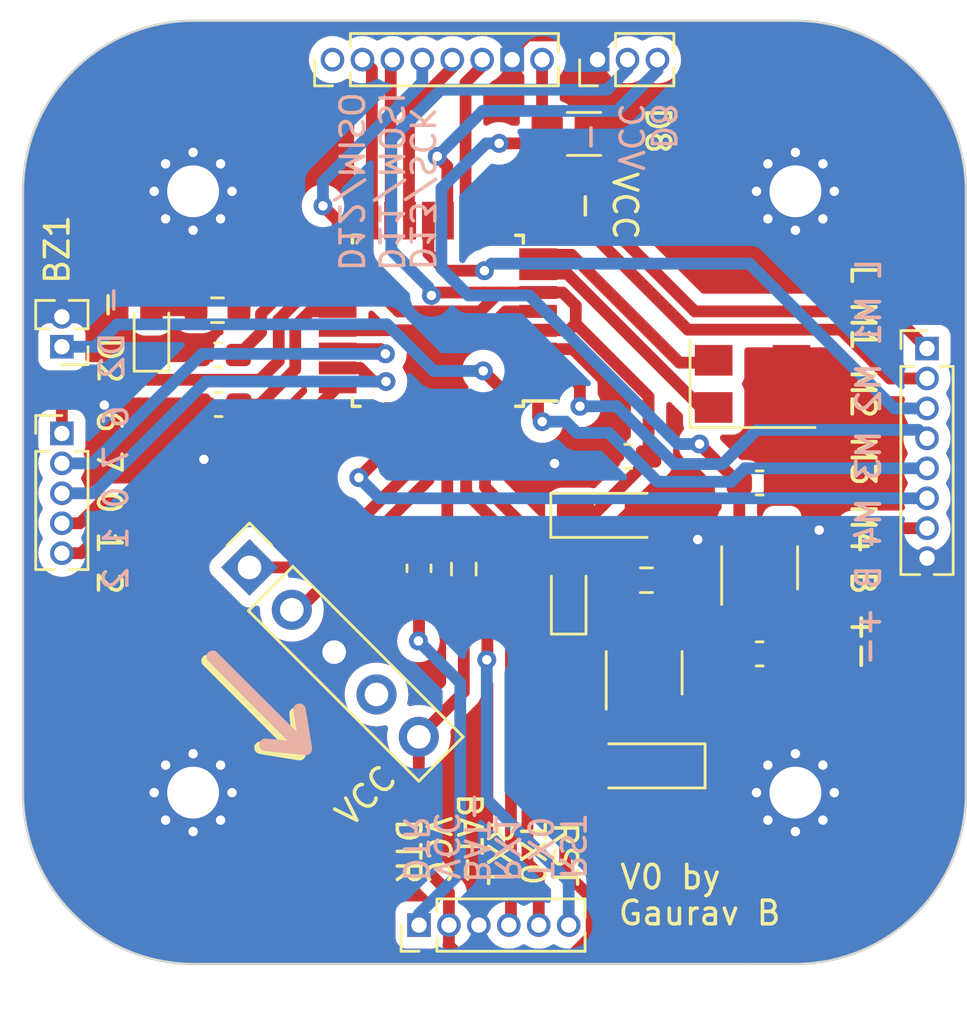
<source format=kicad_pcb>
(kicad_pcb (version 20221018) (generator pcbnew)
  (layers (0 "F.Cu" signal) (31 "B.Cu" signal) (34 "B.Paste" user) (35 "F.Paste" user) (36 "B.SilkS" user "B.Silkscreen") (37 "F.SilkS" user "F.Silkscreen") (38 "B.Mask" user) (39 "F.Mask" user) (44 "Edge.Cuts" user))
  (net 0 "")
  (net 1 "D8")
  (net 2 "RST")
  (net 3 "DTR")
  (net 4 "Net-(U1-AREF)")
  (net 5 "VCC")
  (net 6 "+3.3V")
  (net 7 "A0")
  (net 8 "Net-(D1-A)")
  (net 9 "Net-(D2-K)")
  (net 11 "D12")
  (net 12 "D11")
  (net 13 "D13")
  (net 14 "D10")
  (net 15 "D7")
  (net 16 "RX1")
  (net 17 "TX0")
  (net 18 "A4")
  (net 19 "A5")
  (net 20 "D2")
  (net 21 "-BATT")
  (net 22 "A6")
  (net 23 "A7")
  (net 24 "A1")
  (net 25 "A2")
  (net 26 "A3")
  (net 27 "D5")
  (net 28 "D3")
  (net 29 "D6")
  (net 30 "D9")
  (net 31 "D4")
  (net 32 "Net-(U1-XTAL1{slash}PB6)")
  (net 33 "Net-(U1-XTAL2{slash}PB7)")
  (net 36 "+BATT IN")
  (footprint "Connector_PinHeader_1.27mm:PinHeader_1x08_P1.27mm_Vertical" (layer "F.Cu") (at 247.080001 21.175 90)
    (fp_text reference "J1" hide)
    (fp_text value "NRF24")
  )
  (footprint "Connector_PinHeader_1.27mm:PinHeader_1x05_P1.27mm_Vertical" (layer "F.Cu") (at 235.600001 37.025001)
    (fp_text reference "J13" hide)
    (fp_text value "Open")
  )
  (footprint "Capacitor_SMD:C_0603_1608Metric_Pad1.08x0.95mm_HandSolder" (layer "F.Cu") (at 242.225001 33.7)
    (fp_text reference "C3" hide)
    (fp_text value "0.1uf")
  )
  (footprint "Package_TO_SOT_SMD:SOT-23-5_HandSoldering" (layer "F.Cu") (at 265.200002 42.724999 90)
    (fp_text reference "U3" hide)
    (fp_text value "LP5907MFX-3.3")
  )
  (footprint "Resistor_SMD:R_0603_1608Metric_Pad0.98x0.95mm_HandSolder" (layer "F.Cu") (at 252.650001 42.775 -90)
    (fp_text reference "R1" hide)
    (fp_text value "10K")
  )
  (footprint "Connector_PinSocket_2.54mm:PinSocket_1x05_P2.54mm_Vertical" (layer "F.Cu") (at 243.557899 42.707898 45)
    (fp_text reference "VCC")
    (fp_text value "MPU9250 + BMP280")
  )
  (footprint "MountingHole:MountingHole_2.2mm_M2_Pad_Via" (layer "F.Cu") (at 266.716727 26.758274 -90)
    (fp_text reference "H1" hide)
    (fp_text value "MountingHole")
  )
  (footprint "Connector_PinHeader_1.27mm:PinHeader_1x02_P1.27mm_Vertical" (layer "F.Cu") (at 235.600001 33.35 180)
    (fp_text reference "BZ1")
    (fp_text value "Buzzer")
  )
  (footprint "Package_TO_SOT_SMD:SOT-23-5_HandSoldering" (layer "F.Cu") (at 260.300001 47.175 90)
    (fp_text reference "U2" hide)
    (fp_text value "MIC5205YM5")
  )
  (footprint "Capacitor_SMD:C_1206_3216Metric_Pad1.33x1.80mm_HandSolder" (layer "F.Cu") (at 257.750001 24.325)
    (fp_text reference "C9" hide)
    (fp_text value "10uf")
  )
  (footprint "LED_SMD:LED_0603_1608Metric_Pad1.05x0.95mm_HandSolder" (layer "F.Cu") (at 257.100001 43.875 90)
    (fp_text reference "D2" hide)
    (fp_text value "Red")
  )
  (footprint "Capacitor_SMD:C_0603_1608Metric_Pad1.08x0.95mm_HandSolder" (layer "F.Cu") (at 265.200001 46.375)
    (fp_text reference "C7" hide)
    (fp_text value "1uf")
  )
  (footprint "Capacitor_SMD:C_0603_1608Metric_Pad1.08x0.95mm_HandSolder" (layer "F.Cu") (at 265.200001 39.125 180)
    (fp_text reference "C8" hide)
    (fp_text value "1uf")
  )
  (footprint "Package_QFP:TQFP-32_7x7mm_P0.8mm" (layer "F.Cu") (at 251.550001 32.25 180)
    (fp_text reference "U1" hide)
    (fp_text value "ATmega328P-A")
  )
  (footprint "Capacitor_SMD:C_0603_1608Metric_Pad1.08x0.95mm_HandSolder" (layer "F.Cu") (at 259.625001 38)
    (fp_text reference "C6" hide)
    (fp_text value "0.1uf")
  )
  (footprint "Resistor_SMD:R_0603_1608Metric_Pad0.98x0.95mm_HandSolder" (layer "F.Cu") (at 242.200001 31.8)
    (fp_text reference "R2" hide)
    (fp_text value "330")
  )
  (footprint "Connector_PinHeader_1.27mm:PinHeader_1x06_P1.27mm_Vertical" (layer "F.Cu") (at 250.750001 57.875 90)
    (fp_text reference "J2" hide)
    (fp_text value "UART + BT")
  )
  (footprint "Connector_PinHeader_1.27mm:PinHeader_1x08_P1.27mm_Vertical" (layer "F.Cu") (at 272.300001 33.425)
    (fp_text reference "J7" hide)
    (fp_text value "MCU")
  )
  (footprint "MountingHole:MountingHole_2.2mm_M2_Pad_Via" (layer "F.Cu") (at 241.166727 26.758274 -90)
    (fp_text reference "H2" hide)
    (fp_text value "MountingHole")
  )
  (footprint "LED_SMD:LED_0603_1608Metric_Pad1.05x0.95mm_HandSolder" (layer "F.Cu") (at 239.400001 32.725 90)
    (fp_text reference "D1" hide)
    (fp_text value "Green")
  )
  (footprint "Capacitor_Tantalum_SMD:CP_EIA-3216-10_Kemet-I_Pad1.58x1.35mm_HandSolder" (layer "F.Cu") (at 260.400001 51.125 180)
    (fp_text reference "C4" hide)
    (fp_text value "10uf")
  )
  (footprint "MountingHole:MountingHole_2.2mm_M2_Pad_Via" (layer "F.Cu") (at 266.716727 52.258274 -90)
    (fp_text reference "H4" hide)
    (fp_text value "MountingHole")
  )
  (footprint "Capacitor_SMD:C_0603_1608Metric_Pad1.08x0.95mm_HandSolder" (layer "F.Cu") (at 250.750001 42.75 -90)
    (fp_text reference "C1" hide)
    (fp_text value "0.1uf")
  )
  (footprint "Capacitor_SMD:C_0603_1608Metric_Pad1.08x0.95mm_HandSolder" (layer "F.Cu") (at 242.250001 35.8)
    (fp_text reference "C2" hide)
    (fp_text value "0.1uf")
  )
  (footprint "Resistor_SMD:R_0603_1608Metric_Pad0.98x0.95mm_HandSolder" (layer "F.Cu") (at 260.400001 43.25 180)
    (fp_text reference "R3" hide)
    (fp_text value "10k")
  )
  (footprint "LOGO" (layer "F.Cu") (at 243.645707 48.71769 135)
    (fp_text reference "G***" hide)
    (fp_text value "LOGO" hide)
  )
  (footprint "MountingHole:MountingHole_2.2mm_M2_Pad_Via" (layer "F.Cu") (at 241.166727 52.258274 -90)
    (fp_text reference "H3" hide)
    (fp_text value "MountingHole")
  )
  (footprint "Connector_PinHeader_1.27mm:PinHeader_1x03_P1.27mm_Vertical" (layer "F.Cu") (at 258.325001 21.175001 90)
    (fp_text reference "J11" hide)
    (fp_text value "PPM")
  )
  (footprint "Crystal:Crystal_SMD_5032-4Pin_5.0x3.2mm" (layer "F.Cu") (at 264.900001 34.925)
    (fp_text reference "Y1" hide)
    (fp_text value "Crystal_GND2")
  )
  (footprint "Capacitor_Tantalum_SMD:CP_EIA-3216-10_Kemet-I_Pad1.58x1.35mm_HandSolder" (layer "F.Cu") (at 258.825001 40.500001)
    (fp_text reference "C5" hide)
    (fp_text value "10uf")
  )
  (footprint "LOGO" (layer "B.Cu") (at 244.042692 48.362433 135)
    (fp_text reference "G***" hide)
    (fp_text value "LOGO" hide)
  )
  (gr_line (start 233.95 27.825) (end 233.95 49.675) (stroke (width 0.1)) (layer "Edge.Cuts"))
  (gr_line (start 266.700001 19.525) (end 241.200001 19.525) (stroke (width 0.1)) (layer "Edge.Cuts"))
  (gr_line (start 264.75 59.525) (end 266.700001 59.525) (stroke (width 0.1)) (layer "Edge.Cuts"))
  (gr_arc (start 241.200001 59.525) (mid 236.07346 57.401533) (end 233.950001 52.275) (stroke (width 0.1)) (layer "Edge.Cuts"))
  (gr_line (start 243.9 59.525) (end 264.75 59.525) (stroke (width 0.1)) (layer "Edge.Cuts"))
  (gr_line (start 243.9 59.525) (end 241.200001 59.525) (stroke (width 0.1)) (layer "Edge.Cuts"))
  (gr_arc (start 266.700001 19.525) (mid 271.826508 21.648485) (end 273.950001 26.775) (stroke (width 0.1)) (layer "Edge.Cuts"))
  (gr_line (start 273.950001 26.775) (end 273.950001 52.275) (stroke (width 0.1)) (layer "Edge.Cuts"))
  (gr_arc (start 233.950001 26.775) (mid 236.073478 21.648485) (end 241.200001 19.525) (stroke (width 0.1)) (layer "Edge.Cuts"))
  (gr_arc (start 273.950001 52.275) (mid 271.826527 57.401533) (end 266.700001 59.525) (stroke (width 0.1)) (layer "Edge.Cuts"))
  (gr_line (start 233.950001 52.275) (end 233.95 49.675) (stroke (width 0.1)) (layer "Edge.Cuts"))
  (gr_line (start 233.950001 26.775) (end 233.95 27.825) (stroke (width 0.1)) (layer "Edge.Cuts"))
  (gr_text "D13/SCK" (at 250.875001 26.65 -90) (layer "B.SilkS") (effects (font (size 1 1)) (justify mirror)))
  (gr_text "TX0" (at 255.875001 54.59881 -90) (layer "B.SilkS") (effects (font (size 1 1)) (justify mirror)))
  (gr_text "D12/MISO" (at 247.850001 26.35 -90) (layer "B.SilkS") (effects (font (size 1 1)) (justify mirror)))
  (gr_text "VCC" (at 251.900001 54.5 -90) (layer "B.SilkS") (effects (font (size 1 1)) (justify mirror)))
  (gr_text "BAT-" (at 253.175001 54.15 -90) (layer "B.SilkS") (effects (font (size 1 1)) (justify mirror)))
  (gr_text "D11/MOSI" (at 249.550001 26.35 -90) (layer "B.SilkS") (effects (font (size 1 1)) (justify mirror)))
  (gr_text "DTR" (at 250.600001 54.65 -90) (layer "B.SilkS") (effects (font (size 1 1)) (justify mirror)))
  (gr_text "RST" (at 257.25 54.573811 -90) (layer "B.SilkS") (effects (font (size 1 1)) (justify mirror)))
  (gr_text "L M1 M2 M3 M4 B +-" (at 269.825001 38.25 90) (layer "B.SilkS") (effects (font (size 1 1) (thickness 0.16)) (justify mirror)))
  (gr_text "- D2" (at 237.725 32.725 90) (layer "B.SilkS") (effects (font (size 1 1)) (justify mirror)))
  (gr_text "VCC\n-" (at 258.925001 24.45 -90) (layer "B.SilkS") (effects (font (size 1 1)) (justify mirror)))
  (gr_text "6 7 0 1 2" (at 237.900001 39.75 90) (layer "B.SilkS") (effects (font (size 1 1)) (justify mirror)))
  (gr_text "D8" (at 261.100001 24 -90) (layer "B.SilkS") (effects (font (size 1 1)) (justify mirror)))
  (gr_text "RX1" (at 254.475001 54.59881 -90) (layer "B.SilkS") (effects (font (size 1 1)) (justify mirror)))
  (gr_text "Gaurav B" (at 259.125 57.95) (layer "F.SilkS") (effects (font (size 1 1)) (justify left bottom)))
  (gr_text "VCC" (at 251.558274 54.699999 -90) (layer "F.SilkS") (effects (font (size 1 1))))
  (gr_text "RST" (at 256.933274 54.874999 -90) (layer "F.SilkS") (effects (font (size 1 1))))
  (gr_text "BAT-" (at 252.883274 54.224999 -90) (layer "F.SilkS") (effects (font (size 1 1))))
  (gr_text "6 7 0 1 2" (at 237.608275 39.949999 -90) (layer "F.SilkS") (effects (font (size 1 1))))
  (gr_text "V0 by" (at 259.2 56.425) (layer "F.SilkS") (effects (font (size 1 1)) (justify left bottom)))
  (gr_text "DTR" (at 250.283275 54.749999 -90) (layer "F.SilkS") (effects (font (size 1 1))))
  (gr_text "L M1 M2 M3 M4 B +-" (at 269.583275 38.475 -90) (layer "F.SilkS") (effects (font (size 1 1) (thickness 0.16))))
  (gr_text "- D2" (at 237.633274 32.924999 -90) (layer "F.SilkS") (effects (font (size 1 1))))
  (gr_text "VCC\n-" (at 258.683275 27.374999 -90) (layer "F.SilkS") (effects (font (size 1 1))))
  (gr_text "RX1" (at 254.158275 54.849999 -90) (layer "F.SilkS") (effects (font (size 1 1))))
  (gr_text "TX0" (at 255.558275 54.85 -90) (layer "F.SilkS") (effects (font (size 1 1))))
  (gr_text "D8" (at 260.883275 24.175 -90) (layer "F.SilkS") (effects (font (size 1 1))))
  (segment (start 251.950001 28) (end 251.95 25.7) (width 0.5) (layer "F.Cu") (net 1))
  (segment (start 251.95 25.7) (end 251.525 25.275) (width 0.5) (layer "F.Cu") (net 1))
  (via (at 251.525 25.275) (size 0.8) (drill 0.4) (layers "F.Cu" "B.Cu") (net 1))
  (segment (start 259.150001 23.35) (end 253.450001 23.35) (width 0.5) (layer "B.Cu") (net 1))
  (segment (start 260.865001 21.175) (end 260.865 21.635) (width 0.5) (layer "B.Cu") (net 1))
  (segment (start 260.865 21.635) (end 259.150001 23.35) (width 0.5) (layer "B.Cu") (net 1))
  (segment (start 253.450001 23.35) (end 251.525 25.275) (width 0.5) (layer "B.Cu") (net 1))
  (segment (start 251.950001 41.1625) (end 252.650001 41.8625) (width 0.5) (layer "F.Cu") (net 2))
  (segment (start 252.650001 41.8625) (end 252.8625 41.8625) (width 0.5) (layer "F.Cu") (net 2))
  (segment (start 250.775001 41.8625) (end 250.750001 41.8875) (width 0.5) (layer "F.Cu") (net 2))
  (segment (start 252.650001 41.8625) (end 250.775001 41.8625) (width 0.5) (layer "F.Cu") (net 2))
  (segment (start 251.95 36.5) (end 251.950001 41.1625) (width 0.5) (layer "F.Cu") (net 2))
  (segment (start 252.8625 41.8625) (end 253.650001 42.65) (width 0.5) (layer "F.Cu") (net 2))
  (segment (start 253.65 46.6) (end 253.625001 46.625) (width 0.5) (layer "F.Cu") (net 2))
  (segment (start 253.650001 42.65) (end 253.65 46.6) (width 0.5) (layer "F.Cu") (net 2))
  (via (at 253.625001 46.625) (size 0.8) (drill 0.4) (layers "F.Cu" "B.Cu") (net 2))
  (segment (start 253.625001 46.625) (end 253.625001 52.55) (width 0.5) (layer "B.Cu") (net 2))
  (segment (start 253.625001 52.55) (end 257.1 56.025) (width 0.5) (layer "B.Cu") (net 2))
  (segment (start 257.1 56.025) (end 257.100001 57.875) (width 0.5) (layer "B.Cu") (net 2))
  (segment (start 250.750001 45.8) (end 250.725001 45.825) (width 0.5) (layer "F.Cu") (net 3))
  (segment (start 250.750001 43.6125) (end 250.750001 45.8) (width 0.5) (layer "F.Cu") (net 3))
  (via (at 250.725001 45.825) (size 0.8) (drill 0.4) (layers "F.Cu" "B.Cu") (net 3))
  (segment (start 252.500001 47.6) (end 252.500001 55.65) (width 0.5) (layer "B.Cu") (net 3))
  (segment (start 250.725001 45.825) (end 252.500001 47.6) (width 0.5) (layer "B.Cu") (net 3))
  (segment (start 250.750001 57.4) (end 250.750001 57.875) (width 0.5) (layer "B.Cu") (net 3))
  (segment (start 252.500001 55.65) (end 250.750001 57.4) (width 0.5) (layer "B.Cu") (net 3))
  (segment (start 247.3 31.85) (end 246.129901 31.85) (width 0.5) (layer "F.Cu") (net 4))
  (segment (start 245.500001 34.300001) (end 244.000001 35.8) (width 0.5) (layer "F.Cu") (net 4))
  (segment (start 245.500001 32.479901) (end 245.500001 34.300001) (width 0.5) (layer "F.Cu") (net 4))
  (segment (start 244.000001 35.8) (end 243.112501 35.8) (width 0.5) (layer "F.Cu") (net 4))
  (segment (start 246.129901 31.85) (end 245.500001 32.479901) (width 0.5) (layer "F.Cu") (net 4))
  (segment (start 244.05 31.950001) (end 244.050001 32.7375) (width 0.5) (layer "F.Cu") (net 5))
  (segment (start 252.4 59.125) (end 252.000001 58.725) (width 0.5) (layer "F.Cu") (net 5))
  (segment (start 255.800001 31.050001) (end 256.845101 31.05) (width 0.5) (layer "F.Cu") (net 5))
  (segment (start 257.3875 42.7125) (end 257.1 43) (width 0.5) (layer "F.Cu") (net 5))
  (segment (start 260.487501 35.4625) (end 260.487501 38) (width 0.5) (layer "F.Cu") (net 5))
  (segment (start 250.742104 49.892103) (end 250.742104 55.217103) (width 0.5) (layer "F.Cu") (net 5))
  (segment (start 252.020001 58.705) (end 252.02 57.875) (width 0.5) (layer "F.Cu") (net 5))
  (segment (start 252.000001 58.725) (end 252.020001 58.705) (width 0.5) (layer "F.Cu") (net 5))
  (segment (start 257.387501 40.500001) (end 257.3875 42.7125) (width 0.5) (layer "F.Cu") (net 5))
  (segment (start 258.075001 58.325) (end 257.275001 59.125) (width 0.5) (layer "F.Cu") (net 5))
  (segment (start 257.125001 32.65) (end 255.8 32.65) (width 0.5) (layer "F.Cu") (net 5))
  (segment (start 251.400001 31.050001) (end 254.15 31.05) (width 0.5) (layer "F.Cu") (net 5))
  (segment (start 252.02 57.875) (end 252.020001 56.495) (width 0.5) (layer "F.Cu") (net 5))
  (segment (start 253.35 31.85) (end 254.15 31.05) (width 0.5) (layer "F.Cu") (net 5))
  (segment (start 244.050001 32.7375) (end 243.087501 33.700001) (width 0.5) (layer "F.Cu") (net 5))
  (segment (start 257.400001 31.6049) (end 257.400001 32.375) (width 0.5) (layer "F.Cu") (net 5))
  (segment (start 252.650001 47.984206) (end 250.742104 49.892103) (width 0.5) (layer "F.Cu") (net 5))
  (segment (start 257.400001 32.375) (end 260.487501 35.4625) (width 0.5) (layer "F.Cu") (net 5))
  (segment (start 258.825 46.35) (end 259.350001 45.825) (width 0.5) (layer "F.Cu") (net 5))
  (segment (start 258.075001 56.75) (end 258.075001 58.325) (width 0.5) (layer "F.Cu") (net 5))
  (segment (start 260.487501 38) (end 260.487501 38.1375) (width 0.5) (layer "F.Cu") (net 5))
  (segment (start 245.750001 30.25) (end 244.05 31.950001) (width 0.5) (layer "F.Cu") (net 5))
  (segment (start 247.300001 30.250001) (end 245.750001 30.25) (width 0.5) (layer "F.Cu") (net 5))
  (segment (start 257.075001 46.35) (end 257.55 46.35) (width 0.5) (layer "F.Cu") (net 5))
  (segment (start 257.1 43) (end 256.125001 43.975) (width 0.5) (layer "F.Cu") (net 5))
  (segment (start 252.020001 56.495) (end 250.742104 55.217103) (width 0.5) (layer "F.Cu") (net 5))
  (segment (start 258.125001 40.500001) (end 257.387501 40.500001) (width 0.5) (layer "F.Cu") (net 5))
  (segment (start 247.300001 30.250001) (end 248.275001 30.250001) (width 0.5) (layer "F.Cu") (net 5))
  (segment (start 256.845101 31.05) (end 257.400001 31.6049) (width 0.5) (layer "F.Cu") (net 5))
  (segment (start 259.350001 45.825) (end 256.950001 48.225) (width 0.5) (layer "F.Cu") (net 5))
  (segment (start 248.275001 30.250001) (end 249.875 31.85) (width 0.5) (layer "F.Cu") (net 5))
  (segment (start 256.950001 48.225) (end 256.950001 55.625) (width 0.5) (layer "F.Cu") (net 5))
  (segment (start 254.15 31.05) (end 255.800001 31.050001) (width 0.5) (layer "F.Cu") (net 5))
  (segment (start 257.275001 59.125) (end 252.4 59.125) (width 0.5) (layer "F.Cu") (net 5))
  (segment (start 249.875 31.85) (end 253.35 31.85) (width 0.5) (layer "F.Cu") (net 5))
  (segment (start 257.400001 32.375) (end 257.125001 32.65) (width 0.5) (layer "F.Cu") (net 5))
  (segment (start 260.487501 38.1375) (end 258.125001 40.500001) (width 0.5) (layer "F.Cu") (net 5))
  (segment (start 256.125001 45.4) (end 257.075001 46.35) (width 0.5) (layer "F.Cu") (net 5))
  (segment (start 256.950001 55.625) (end 258.075001 56.75) (width 0.5) (layer "F.Cu") (net 5))
  (segment (start 256.125001 43.975) (end 256.125001 45.4) (width 0.5) (layer "F.Cu") (net 5))
  (segment (start 251.275001 31.175) (end 251.400001 31.050001) (width 0.5) (layer "F.Cu") (net 5))
  (segment (start 257.55 46.35) (end 258.825 46.35) (width 0.5) (layer "F.Cu") (net 5))
  (segment (start 252.650001 43.6875) (end 252.650001 47.984206) (width 0.5) (layer "F.Cu") (net 5))
  (via (at 251.275001 31.175) (size 0.8) (drill 0.4) (layers "F.Cu" "B.Cu") (net 5))
  (segment (start 251.675001 22.45) (end 258.725001 22.45) (width 0.5) (layer "B.Cu") (net 5))
  (segment (start 259.595001 21.58) (end 259.595001 21.175) (width 0.5) (layer "B.Cu") (net 5))
  (segment (start 251.275001 31.175) (end 251.150001 31.05) (width 0.5) (layer "B.Cu") (net 5))
  (segment (start 249.575001 29.25) (end 249.575001 24.55) (width 0.5) (layer "B.Cu") (net 5))
  (segment (start 251.150001 30.825) (end 249.575001 29.25) (width 0.5) (layer "B.Cu") (net 5))
  (segment (start 249.575001 24.55) (end 251.675001 22.45) (width 0.5) (layer "B.Cu") (net 5))
  (segment (start 258.725001 22.45) (end 259.595001 21.58) (width 0.5) (layer "B.Cu") (net 5))
  (segment (start 251.150001 31.05) (end 251.150001 30.825) (width 0.5) (layer "B.Cu") (net 5))
  (segment (start 264.337501 41.2875) (end 264.250001 41.374999) (width 0.5) (layer "F.Cu") (net 6))
  (segment (start 255.970001 24.1075) (end 256.1875 24.325) (width 0.5) (layer "F.Cu") (net 6))
  (segment (start 256.1875 24.325) (end 255.787501 24.725) (width 0.5) (layer "F.Cu") (net 6))
  (segment (start 264.300001 39.125) (end 264.337501 39.125) (width 0.5) (layer "F.Cu") (net 6))
  (segment (start 262.650001 37.475) (end 264.300001 39.125) (width 0.5) (layer "F.Cu") (net 6))
  (segment (start 264.337501 39.125) (end 264.337501 41.2875) (width 0.5) (layer "F.Cu") (net 6))
  (segment (start 255.970001 21.175) (end 255.970001 24.1075) (width 0.5) (layer "F.Cu") (net 6))
  (segment (start 255.787501 24.725) (end 254.15 24.725001) (width 0.5) (layer "F.Cu") (net 6))
  (via (at 262.650001 37.475) (size 0.8) (drill 0.4) (layers "F.Cu" "B.Cu") (net 6))
  (via (at 254.15 24.725001) (size 0.8) (drill 0.4) (layers "F.Cu" "B.Cu") (net 6))
  (segment (start 255.425001 31.175) (end 252.850001 31.175) (width 0.5) (layer "B.Cu") (net 6))
  (segment (start 251.700001 30.025) (end 251.700001 26.625) (width 0.5) (layer "B.Cu") (net 6))
  (segment (start 253.600001 24.725) (end 254.15 24.725001) (width 0.5) (layer "B.Cu") (net 6))
  (segment (start 261.725001 37.475) (end 255.425001 31.175) (width 0.5) (layer "B.Cu") (net 6))
  (segment (start 251.700001 26.625) (end 253.600001 24.725) (width 0.5) (layer "B.Cu") (net 6))
  (segment (start 252.850001 31.175) (end 251.700001 30.025) (width 0.5) (layer "B.Cu") (net 6))
  (segment (start 262.650001 37.475) (end 261.725001 37.475) (width 0.5) (layer "B.Cu") (net 6))
  (segment (start 248.825001 34.825001) (end 249.350001 34.825001) (width 0.5) (layer "F.Cu") (net 7))
  (segment (start 248.250001 34.25) (end 248.825001 34.825001) (width 0.5) (layer "F.Cu") (net 7))
  (segment (start 247.300001 34.25) (end 248.250001 34.25) (width 0.5) (layer "F.Cu") (net 7))
  (via (at 249.350001 34.825001) (size 0.8) (drill 0.4) (layers "F.Cu" "B.Cu") (net 7))
  (segment (start 249.350001 34.825001) (end 241.700001 34.825) (width 0.5) (layer "B.Cu") (net 7))
  (segment (start 236.960001 39.565) (end 235.600001 39.565) (width 0.5) (layer "B.Cu") (net 7))
  (segment (start 241.700001 34.825) (end 236.960001 39.565) (width 0.5) (layer "B.Cu") (net 7))
  (segment (start 241.287501 31.800001) (end 239.450001 31.800001) (width 0.5) (layer "F.Cu") (net 8))
  (segment (start 239.450001 31.800001) (end 239.400001 31.85) (width 0.5) (layer "F.Cu") (net 8))
  (segment (start 259.487501 43.25) (end 258.6 43.25) (width 0.5) (layer "F.Cu") (net 9))
  (segment (start 258.6 43.25) (end 257.1 44.75) (width 0.5) (layer "F.Cu") (net 9))
  (segment (start 248.350001 21.175001) (end 248.750001 21.575) (width 0.5) (layer "F.Cu") (net 11))
  (segment (start 248.750001 21.575) (end 248.750001 28) (width 0.5) (layer "F.Cu") (net 11))
  (segment (start 249.550001 28) (end 249.550001 21.245) (width 0.5) (layer "F.Cu") (net 12))
  (segment (start 249.550001 21.245) (end 249.620001 21.175) (width 0.5) (layer "F.Cu") (net 12))
  (segment (start 247.3 29.45) (end 247.3 28) (width 0.5) (layer "F.Cu") (net 13))
  (segment (start 247.3 29.45) (end 245.462501 29.45) (width 0.5) (layer "F.Cu") (net 13))
  (segment (start 245.462501 29.45) (end 243.112501 31.8) (width 0.5) (layer "F.Cu") (net 13))
  (segment (start 247.3 28) (end 246.675001 27.375001) (width 0.5) (layer "F.Cu") (net 13))
  (via (at 246.675001 27.375001) (size 0.8) (drill 0.4) (layers "F.Cu" "B.Cu") (net 13))
  (segment (start 250.890001 22.135) (end 250.890001 21.175001) (width 0.5) (layer "B.Cu") (net 13))
  (segment (start 246.675001 27.375001) (end 246.675001 26.35) (width 0.5) (layer "B.Cu") (net 13))
  (segment (start 246.675001 26.35) (end 250.890001 22.135) (width 0.5) (layer "B.Cu") (net 13))
  (segment (start 250.325001 23.35) (end 250.325001 27.975) (width 0.5) (layer "F.Cu") (net 14))
  (segment (start 252.160001 21.515) (end 250.325001 23.35) (width 0.5) (layer "F.Cu") (net 14))
  (segment (start 252.16 21.175) (end 252.160001 21.515) (width 0.5) (layer "F.Cu") (net 14))
  (segment (start 250.325001 27.975) (end 250.350001 28) (width 0.5) (layer "F.Cu") (net 14))
  (segment (start 252.725001 27.975) (end 252.75 28) (width 0.5) (layer "F.Cu") (net 15))
  (segment (start 252.725001 22.15) (end 252.725001 27.975) (width 0.5) (layer "F.Cu") (net 15))
  (segment (start 253.430001 21.445) (end 252.725001 22.15) (width 0.5) (layer "F.Cu") (net 15))
  (segment (start 253.430001 21.175) (end 253.430001 21.445) (width 0.5) (layer "F.Cu") (net 15))
  (segment (start 254.650001 41.45) (end 254.650001 57.785) (width 0.5) (layer "F.Cu") (net 16))
  (segment (start 252.750001 36.5) (end 252.750001 39.55) (width 0.5) (layer "F.Cu") (net 16))
  (segment (start 254.650001 57.785) (end 254.560001 57.875001) (width 0.5) (layer "F.Cu") (net 16))
  (segment (start 252.750001 39.55) (end 254.650001 41.45) (width 0.5) (layer "F.Cu") (net 16))
  (segment (start 255.830001 57.875) (end 255.830001 55.73) (width 0.5) (layer "F.Cu") (net 17))
  (segment (start 255.830001 55.73) (end 255.350001 55.250001) (width 0.5) (layer "F.Cu") (net 17))
  (segment (start 253.550001 36.5) (end 253.550001 39.3) (width 0.5) (layer "F.Cu") (net 17))
  (segment (start 255.350001 41.1) (end 255.350001 55.250001) (width 0.5) (layer "F.Cu") (net 17))
  (segment (start 253.550001 39.3) (end 255.350001 41.1) (width 0.5) (layer "F.Cu") (net 17))
  (segment (start 246.267103 42.707898) (end 243.557899 42.707898) (width 0.5) (layer "F.Cu") (net 18))
  (segment (start 250.350001 36.500001) (end 250.350001 38.625001) (width 0.5) (layer "F.Cu") (net 18))
  (segment (start 250.350001 38.625001) (end 246.267103 42.707898) (width 0.5) (layer "F.Cu") (net 18))
  (segment (start 251.150001 36.5) (end 251.150001 39) (width 0.5) (layer "F.Cu") (net 19))
  (segment (start 245.646052 44.50395) (end 245.35395 44.50395) (width 0.5) (layer "F.Cu") (net 19))
  (segment (start 251.150001 39) (end 245.646052 44.50395) (width 0.5) (layer "F.Cu") (net 19))
  (segment (start 254.350001 35.25) (end 253.475001 34.375) (width 0.5) (layer "F.Cu") (net 20))
  (segment (start 254.275001 36.425001) (end 254.350001 36.500001) (width 0.5) (layer "F.Cu") (net 20))
  (segment (start 254.350001 36.500001) (end 254.350001 35.25) (width 0.5) (layer "F.Cu") (net 20))
  (via (at 253.475001 34.375) (size 0.8) (drill 0.4) (layers "F.Cu" "B.Cu") (net 20))
  (segment (start 251.375001 34.375) (end 249.400001 32.4) (width 0.5) (layer "B.Cu") (net 20))
  (segment (start 253.475001 34.375) (end 251.375001 34.375) (width 0.5) (layer "B.Cu") (net 20))
  (segment (start 237.000001 33.350001) (end 237.950001 32.4) (width 0.5) (layer "B.Cu") (net 20))
  (segment (start 235.600001 33.35) (end 237.000001 33.350001) (width 0.5) (layer "B.Cu") (net 20))
  (segment (start 249.400001 32.4) (end 237.950001 32.4) (width 0.5) (layer "B.Cu") (net 20))
  (segment (start 256.800001 38) (end 256.500001 38.3) (width 0.5) (layer "F.Cu") (net 21))
  (segment (start 254.425001 31.85) (end 255.800001 31.85) (width 0.5) (layer "F.Cu") (net 21))
  (segment (start 255.800001 33.45) (end 257.275 33.45) (width 0.5) (layer "F.Cu") (net 21))
  (segment (start 258.325001 23.3375) (end 259.312501 24.325) (width 0.5) (layer "F.Cu") (net 21))
  (segment (start 241.3625 33.7) (end 239.500001 33.7) (width 0.5) (layer "F.Cu") (net 21))
  (segment (start 260.3 49.7875) (end 258.962501 51.125) (width 0.5) (layer "F.Cu") (net 21))
  (segment (start 267.725 40.025) (end 267.725001 41.125) (width 0.5) (layer "F.Cu") (net 21))
  (segment (start 267.050001 44.3) (end 267.050001 47.075) (width 0.5) (layer "F.Cu") (net 21))
  (segment (start 265.200002 44.074999) (end 265.200002 45.512499) (width 0.5) (layer "F.Cu") (net 21))
  (segment (start 253.475001 32.65) (end 253.625001 32.65) (width 0.5) (layer "F.Cu") (net 21))
  (segment (start 272.3 42.315) (end 269.035001 42.315) (width 0.5) (layer "F.Cu") (net 21))
  (segment (start 257.275 33.45) (end 258.7625 34.937501) (width 0.5) (layer "F.Cu") (net 21))
  (segment (start 256.975001 20.15) (end 255.350001 20.150001) (width 0.5) (layer "F.Cu") (net 21))
  (segment (start 269.035001 42.315) (end 267.050001 44.3) (width 0.5) (layer "F.Cu") (net 21))
  (segment (start 253.625001 32.65) (end 254.425001 31.85) (width 0.5) (layer "F.Cu") (net 21))
  (segment (start 247.300001 32.65) (end 253.475001 32.65) (width 0.5) (layer "F.Cu") (net 21))
  (segment (start 260.300001 48.525) (end 260.3 49.7875) (width 0.5) (layer "F.Cu") (net 21))
  (segment (start 254.275001 33.45) (end 255.800001 33.45) (width 0.5) (layer "F.Cu") (net 21))
  (segment (start 258.762501 38) (end 256.800001 38) (width 0.5) (layer "F.Cu") (net 21))
  (segment (start 265.200002 45.512499) (end 264.337501 46.375) (width 0.5) (layer "F.Cu") (net 21))
  (segment (start 264.950001 47.700001) (end 264.337501 47.087501) (width 0.5) (layer "F.Cu") (net 21))
  (segment (start 266.825001 39.125) (end 267.725 40.025) (width 0.5) (layer "F.Cu") (net 21))
  (segment (start 253.475001 32.65) (end 254.275001 33.45) (width 0.5) (layer "F.Cu") (net 21))
  (segment (start 260.525002 40.237499) (end 260.262501 40.500001) (width 0.5) (layer "F.Cu") (net 21))
  (segment (start 266.0625 39.125) (end 266.825001 39.125) (width 0.5) (layer "F.Cu") (net 21))
  (segment (start 267.050001 47.075) (end 266.425001 47.7) (width 0.5) (layer "F.Cu") (net 21))
  (segment (start 266.425001 47.7) (end 264.950001 47.700001) (width 0.5) (layer "F.Cu") (net 21))
  (segment (start 239.500001 33.7) (end 239.400001 33.6) (width 0.5) (layer "F.Cu") (net 21))
  (segment (start 264.337501 47.087501) (end 264.337501 46.375) (width 0.5) (layer "F.Cu") (net 21))
  (segment (start 254.700001 20.800001) (end 254.700001 21.175001) (width 0.5) (layer "F.Cu") (net 21))
  (segment (start 258.000001 21.175) (end 256.975001 20.15) (width 0.5) (layer "F.Cu") (net 21))
  (segment (start 255.350001 20.150001) (end 254.700001 20.800001) (width 0.5) (layer "F.Cu") (net 21))
  (segment (start 258.325001 21.175001) (end 258.000001 21.175) (width 0.5) (layer "F.Cu") (net 21))
  (segment (start 258.7625 34.937501) (end 258.762501 38) (width 0.5) (layer "F.Cu") (net 21))
  (segment (start 258.325001 21.175001) (end 258.325001 23.3375) (width 0.5) (layer "F.Cu") (net 21))
  (segment (start 260.262501 42.2) (end 261.312501 43.25) (width 0.5) (layer "F.Cu") (net 21))
  (segment (start 260.262501 40.500001) (end 260.262501 42.2) (width 0.5) (layer "F.Cu") (net 21))
  (via (at 237.400001 35.825) (size 0.8) (drill 0.4) (layers "F.Cu" "B.Cu") (net 21))
  (via (at 241.625 38.125) (size 0.8) (drill 0.4) (layers "F.Cu" "B.Cu") (net 21))
  (via (at 267.725001 41.125) (size 0.8) (drill 0.4) (layers "F.Cu" "B.Cu") (net 21))
  (via (at 256.500001 38.3) (size 0.8) (drill 0.4) (layers "F.Cu" "B.Cu") (net 21))
  (via (at 262.575001 41.525001) (size 0.8) (drill 0.4) (layers "F.Cu" "B.Cu") (net 21))
  (segment (start 244.800001 33.95) (end 244.000001 34.750001) (width 0.5) (layer "F.Cu") (net 22))
  (segment (start 236.700001 34.75) (end 235.600001 35.85) (width 0.5) (layer "F.Cu") (net 22))
  (segment (start 247.300001 31.05) (end 245.939951 31.05) (width 0.5) (layer "F.Cu") (net 22))
  (segment (start 245.939951 31.05) (end 244.782475 32.207475) (width 0.5) (layer "F.Cu") (net 22))
  (segment (start 244.8 32.225) (end 244.800001 33.95) (width 0.5) (layer "F.Cu") (net 22))
  (segment (start 244.782475 32.207475) (end 244.8 32.225) (width 0.5) (layer "F.Cu") (net 22))
  (segment (start 244.000001 34.750001) (end 236.700001 34.75) (width 0.5) (layer "F.Cu") (net 22))
  (segment (start 235.600001 35.85) (end 235.600001 37.025001) (width 0.5) (layer "F.Cu") (net 22))
  (segment (start 247.3 33.45) (end 249.125001 33.45) (width 0.5) (layer "F.Cu") (net 23))
  (segment (start 249.125001 33.45) (end 249.325001 33.65) (width 0.5) (layer "F.Cu") (net 23))
  (via (at 249.325001 33.65) (size 0.8) (drill 0.4) (layers "F.Cu" "B.Cu") (net 23))
  (segment (start 236.905001 38.295) (end 235.600001 38.295) (width 0.5) (layer "B.Cu") (net 23))
  (segment (start 241.550001 33.65) (end 236.905001 38.295) (width 0.5) (layer "B.Cu") (net 23))
  (segment (start 249.325001 33.65) (end 241.550001 33.65) (width 0.5) (layer "B.Cu") (net 23))
  (segment (start 237.300001 39.9) (end 236.365001 40.835) (width 0.5) (layer "F.Cu") (net 24))
  (segment (start 247.3 35.05) (end 242.450001 39.9) (width 0.5) (layer "F.Cu") (net 24))
  (segment (start 242.450001 39.9) (end 237.300001 39.9) (width 0.5) (layer "F.Cu") (net 24))
  (segment (start 236.365001 40.835) (end 235.6 40.835) (width 0.5) (layer "F.Cu") (net 24))
  (segment (start 237.850001 40.675) (end 236.420001 42.105001) (width 0.5) (layer "F.Cu") (net 25))
  (segment (start 236.420001 42.105001) (end 235.600001 42.105) (width 0.5) (layer "F.Cu") (net 25))
  (segment (start 244.575001 40.675) (end 237.850001 40.675) (width 0.5) (layer "F.Cu") (net 25))
  (segment (start 248.750001 36.500001) (end 244.575001 40.675) (width 0.5) (layer "F.Cu") (net 25))
  (segment (start 249.550001 37.55) (end 248.2 38.9) (width 0.5) (layer "F.Cu") (net 26))
  (segment (start 249.550001 36.5) (end 249.550001 37.55) (width 0.5) (layer "F.Cu") (net 26))
  (via (at 248.2 38.9) (size 0.8) (drill 0.4) (layers "F.Cu" "B.Cu") (net 26))
  (segment (start 248.2 38.9) (end 249.075 39.775) (width 0.5) (layer "B.Cu") (net 26))
  (segment (start 249.075 39.775) (end 272.3 39.775) (width 0.5) (layer "B.Cu") (net 26))
  (segment (start 268.650001 32.625) (end 270.720001 34.695) (width 0.5) (layer "F.Cu") (net 27))
  (segment (start 257.525001 28) (end 262.150001 32.625) (width 0.5) (layer "F.Cu") (net 27))
  (segment (start 254.350001 28) (end 257.525001 28) (width 0.5) (layer "F.Cu") (net 27))
  (segment (start 270.720001 34.695) (end 272.300001 34.695) (width 0.5) (layer "F.Cu") (net 27))
  (segment (start 262.150001 32.625) (end 268.650001 32.625) (width 0.5) (layer "F.Cu") (net 27))
  (segment (start 255.800001 35.05) (end 255.800001 36.350001) (width 0.5) (layer "F.Cu") (net 28))
  (segment (start 255.800001 36.350001) (end 255.975001 36.525) (width 0.5) (layer "F.Cu") (net 28))
  (via (at 255.975001 36.525) (size 0.8) (drill 0.4) (layers "F.Cu" "B.Cu") (net 28))
  (segment (start 255.975001 36.525) (end 256.975001 36.525) (width 0.5) (layer "B.Cu") (net 28))
  (segment (start 272.300001 38.505001) (end 264.570001 38.505) (width 0.5) (layer "B.Cu") (net 28))
  (segment (start 258.8 37) (end 258.350001 37) (width 0.5) (layer "B.Cu") (net 28))
  (segment (start 260.875 39.075) (end 258.8 37) (width 0.5) (layer "B.Cu") (net 28))
  (segment (start 257.450001 37) (end 258.350001 37) (width 0.5) (layer "B.Cu") (net 28))
  (segment (start 264.570001 38.505) (end 264.000001 39.075) (width 0.5) (layer "B.Cu") (net 28))
  (segment (start 257.325 36.875) (end 257.450001 37) (width 0.5) (layer "B.Cu") (net 28))
  (segment (start 256.975001 36.525) (end 257.325 36.875) (width 0.5) (layer "B.Cu") (net 28))
  (segment (start 264.000001 39.075) (end 260.875 39.075) (width 0.5) (layer "B.Cu") (net 28))
  (segment (start 262.450001 31.85) (end 270.725001 31.85) (width 0.5) (layer "F.Cu") (net 29))
  (segment (start 256.575001 25.975) (end 262.450001 31.85) (width 0.5) (layer "F.Cu") (net 29))
  (segment (start 253.550001 28) (end 253.550001 26.9) (width 0.5) (layer "F.Cu") (net 29))
  (segment (start 253.550001 26.9) (end 254.475001 25.975) (width 0.5) (layer "F.Cu") (net 29))
  (segment (start 254.475001 25.975) (end 256.575001 25.975) (width 0.5) (layer "F.Cu") (net 29))
  (segment (start 270.725001 31.85) (end 272.300001 33.425) (width 0.5) (layer "F.Cu") (net 29))
  (segment (start 251.15 28) (end 251.150001 29.4) (width 0.5) (layer "F.Cu") (net 30))
  (segment (start 251.150001 29.4) (end 251.875001 30.125) (width 0.5) (layer "F.Cu") (net 30))
  (segment (start 251.875001 30.125) (end 253.525001 30.125) (width 0.5) (layer "F.Cu") (net 30))
  (via (at 253.525001 30.125) (size 0.8) (drill 0.4) (layers "F.Cu" "B.Cu") (net 30))
  (segment (start 253.525001 30.125) (end 253.825001 29.825) (width 0.5) (layer "B.Cu") (net 30))
  (segment (start 253.825001 29.825) (end 264.775 29.825) (width 0.5) (layer "B.Cu") (net 30))
  (segment (start 270.915 35.965) (end 272.3 35.965) (width 0.5) (layer "B.Cu") (net 30))
  (segment (start 264.775 29.825) (end 270.915 35.965) (width 0.5) (layer "B.Cu") (net 30))
  (segment (start 256.825001 34.25) (end 257.575001 35) (width 0.5) (layer "F.Cu") (net 31))
  (segment (start 255.800001 34.25) (end 256.825001 34.25) (width 0.5) (layer "F.Cu") (net 31))
  (segment (start 257.575001 35) (end 257.575001 35.875) (width 0.5) (layer "F.Cu") (net 31))
  (via (at 257.575001 35.875) (size 0.8) (drill 0.4) (layers "F.Cu" "B.Cu") (net 31))
  (segment (start 257.575001 35.875) (end 259.13505 35.875) (width 0.5) (layer "B.Cu") (net 31))
  (segment (start 263.625001 38.325) (end 265.075001 36.875) (width 0.5) (layer "B.Cu") (net 31))
  (segment (start 271.940001 36.875) (end 272.300001 37.235) (width 0.5) (layer "B.Cu") (net 31))
  (segment (start 259.13505 35.875) (end 261.585051 38.325001) (width 0.5) (layer "B.Cu") (net 31))
  (segment (start 261.585051 38.325001) (end 263.625001 38.325) (width 0.5) (layer "B.Cu") (net 31))
  (segment (start 265.075001 36.875) (end 271.940001 36.875) (width 0.5) (layer "B.Cu") (net 31))
  (segment (start 255.800001 30.25) (end 257.035051 30.25) (width 0.5) (layer "F.Cu") (net 32))
  (segment (start 257.035051 30.25) (end 262.710051 35.925) (width 0.5) (layer "F.Cu") (net 32))
  (segment (start 262.710051 35.925) (end 263.250001 35.925001) (width 0.5) (layer "F.Cu") (net 32))
  (segment (start 261.800001 34.025) (end 263.15 34.025) (width 0.5) (layer "F.Cu") (net 33))
  (segment (start 255.800001 29.45) (end 257.225001 29.45) (width 0.5) (layer "F.Cu") (net 33))
  (segment (start 263.15 34.025) (end 263.250001 33.925) (width 0.5) (layer "F.Cu") (net 33))
  (segment (start 257.225001 29.45) (end 261.800001 34.025) (width 0.5) (layer "F.Cu") (net 33))
  (segment (start 264.500001 42.65) (end 264.2 42.95) (width 0.5) (layer "F.Cu") (net 36))
  (segment (start 269.180001 41.045) (end 266.150002 44.074999) (width 0.5) (layer "F.Cu") (net 36))
  (segment (start 264.250002 44.074999) (end 262.550001 45.775) (width 0.5) (layer "F.Cu") (net 36))
  (segment (start 261.250001 48.525001) (end 261.250001 50.5375) (width 0.5) (layer "F.Cu") (net 36))
  (segment (start 260.700001 47.075) (end 259.775001 47.075) (width 0.5) (layer "F.Cu") (net 36))
  (segment (start 261.250001 50.5375) (end 261.837501 51.125) (width 0.5) (layer "F.Cu") (net 36))
  (segment (start 262.550001 47.225) (end 261.250001 48.525001) (width 0.5) (layer "F.Cu") (net 36))
  (segment (start 266.150002 44.074999) (end 266.150002 43.125002) (width 0.5) (layer "F.Cu") (net 36))
  (segment (start 261.250001 48.525001) (end 261.25 47.625) (width 0.5) (layer "F.Cu") (net 36))
  (segment (start 272.300001 41.045) (end 269.180001 41.045) (width 0.5) (layer "F.Cu") (net 36))
  (segment (start 266.150001 46.287499) (end 266.0625 46.375) (width 0.5) (layer "F.Cu") (net 36))
  (segment (start 259.350001 47.5) (end 259.350001 48.525001) (width 0.5) (layer "F.Cu") (net 36))
  (segment (start 266.150002 44.074999) (end 266.150001 46.287499) (width 0.5) (layer "F.Cu") (net 36))
  (segment (start 261.25 47.625) (end 260.700001 47.075) (width 0.5) (layer "F.Cu") (net 36))
  (segment (start 259.775001 47.075) (end 259.350001 47.5) (width 0.5) (layer "F.Cu") (net 36))
  (segment (start 264.2 42.95) (end 264.200001 44.024999) (width 0.5) (layer "F.Cu") (net 36))
  (segment (start 266.150002 43.125002) (end 265.675001 42.65) (width 0.5) (layer "F.Cu") (net 36))
  (segment (start 264.200001 44.024999) (end 264.250002 44.074999) (width 0.5) (layer "F.Cu") (net 36))
  (segment (start 262.550001 45.775) (end 262.550001 47.225) (width 0.5) (layer "F.Cu") (net 36))
  (segment (start 265.675001 42.65) (end 264.500001 42.65) (width 0.5) (layer "F.Cu") (net 36))
  (zone (net 21) (net_name "-BATT") (layers "F&B.Cu") (connect_pads yes (clearance 0.5)) (min_thickness 0.25) (fill yes (thermal_gap 0.5) (thermal_bridge_width 0.5))
    (polygon (pts (xy 273.925001 19.55) (xy 273.950001 59.500001) (xy 233.95 59.5) (xy 233.950001 19.525)))
  )
)
</source>
